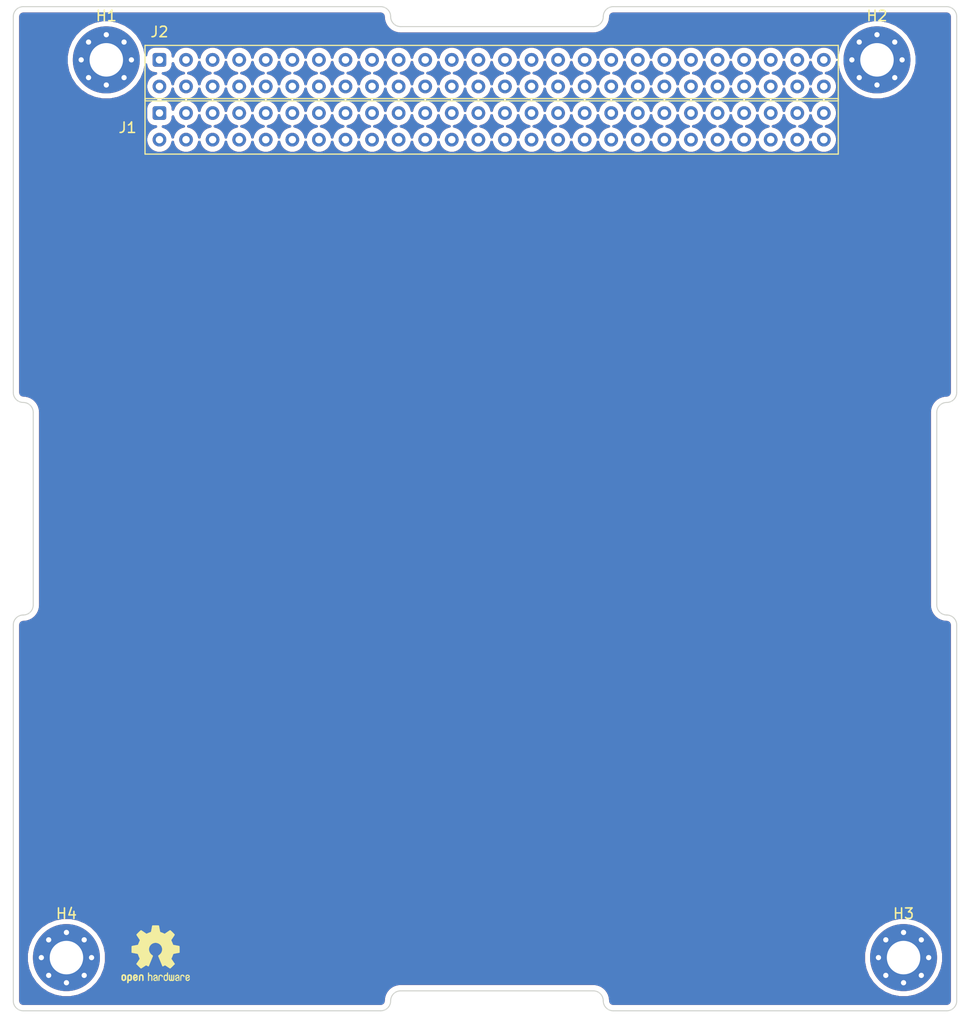
<source format=kicad_pcb>
(kicad_pcb (version 20171130) (host pcbnew "(5.1.6)-1")
  (layers (0 F.Cu signal) (1 In1.Cu signal) (2 In2.Cu signal) (31 B.Cu signal) (36 B.SilkS user) (37 F.SilkS user) (38 B.Mask user) (39 F.Mask user) (44 Edge.Cuts user))
  (net 0 "")
  (net 1 /CAN_A_L)
  (net 2 /CAN_A_H)
  (net 3 /CHARGE)
  (net 4 /CAN_B_H)
  (net 5 /CAN_B_L)
  (net 6 "Net-(H2-Pad1)")
  (net 7 "Net-(H3-Pad1)")
  (net 8 "Net-(H4-Pad1)")
  (net 9 "Net-(H1-Pad1)")
  (net 10 "Net-(J1-Pad52)")
  (net 11 "Net-(J1-Pad50)")
  (net 12 "Net-(J1-Pad48)")
  (net 13 "Net-(J1-Pad46)")
  (net 14 "Net-(J1-Pad44)")
  (net 15 "Net-(J1-Pad42)")
  (net 16 "Net-(J1-Pad40)")
  (net 17 "Net-(J1-Pad38)")
  (net 18 "Net-(J1-Pad36)")
  (net 19 "Net-(J1-Pad30)")
  (net 20 "Net-(J1-Pad28)")
  (net 21 "Net-(J1-Pad26)")
  (net 22 "Net-(J1-Pad24)")
  (net 23 "Net-(J1-Pad22)")
  (net 24 "Net-(J1-Pad20)")
  (net 25 "Net-(J1-Pad18)")
  (net 26 "Net-(J1-Pad16)")
  (net 27 "Net-(J1-Pad14)")
  (net 28 "Net-(J1-Pad12)")
  (net 29 "Net-(J1-Pad10)")
  (net 30 "Net-(J1-Pad8)")
  (net 31 "Net-(J1-Pad6)")
  (net 32 "Net-(J1-Pad4)")
  (net 33 "Net-(J1-Pad51)")
  (net 34 "Net-(J1-Pad49)")
  (net 35 "Net-(J1-Pad47)")
  (net 36 "Net-(J1-Pad45)")
  (net 37 "Net-(J1-Pad43)")
  (net 38 "Net-(J1-Pad41)")
  (net 39 "Net-(J1-Pad39)")
  (net 40 "Net-(J1-Pad37)")
  (net 41 "Net-(J1-Pad35)")
  (net 42 "Net-(J1-Pad29)")
  (net 43 "Net-(J1-Pad27)")
  (net 44 "Net-(J1-Pad25)")
  (net 45 "Net-(J1-Pad23)")
  (net 46 "Net-(J1-Pad21)")
  (net 47 "Net-(J1-Pad19)")
  (net 48 "Net-(J1-Pad17)")
  (net 49 "Net-(J1-Pad15)")
  (net 50 "Net-(J1-Pad13)")
  (net 51 "Net-(J1-Pad11)")
  (net 52 "Net-(J1-Pad9)")
  (net 53 "Net-(J1-Pad7)")
  (net 54 "Net-(J1-Pad5)")
  (net 55 "Net-(J1-Pad3)")
  (net 56 "Net-(J2-Pad52)")
  (net 57 "Net-(J2-Pad50)")
  (net 58 "Net-(J2-Pad48)")
  (net 59 "Net-(J2-Pad44)")
  (net 60 "Net-(J2-Pad42)")
  (net 61 "Net-(J2-Pad40)")
  (net 62 "Net-(J2-Pad38)")
  (net 63 "Net-(J2-Pad36)")
  (net 64 "Net-(J2-Pad34)")
  (net 65 "Net-(J2-Pad28)")
  (net 66 "Net-(J2-Pad24)")
  (net 67 "Net-(J2-Pad22)")
  (net 68 "Net-(J2-Pad20)")
  (net 69 "Net-(J2-Pad18)")
  (net 70 "Net-(J2-Pad16)")
  (net 71 "Net-(J2-Pad14)")
  (net 72 "Net-(J2-Pad12)")
  (net 73 "Net-(J2-Pad10)")
  (net 74 "Net-(J2-Pad8)")
  (net 75 "Net-(J2-Pad6)")
  (net 76 "Net-(J2-Pad51)")
  (net 77 "Net-(J2-Pad49)")
  (net 78 "Net-(J2-Pad47)")
  (net 79 "Net-(J2-Pad43)")
  (net 80 "Net-(J2-Pad41)")
  (net 81 "Net-(J2-Pad39)")
  (net 82 "Net-(J2-Pad37)")
  (net 83 "Net-(J2-Pad35)")
  (net 84 "Net-(J2-Pad33)")
  (net 85 "Net-(J2-Pad27)")
  (net 86 "Net-(J2-Pad23)")
  (net 87 "Net-(J2-Pad21)")
  (net 88 "Net-(J2-Pad19)")
  (net 89 "Net-(J2-Pad17)")
  (net 90 "Net-(J2-Pad15)")
  (net 91 "Net-(J2-Pad13)")
  (net 92 "Net-(J2-Pad11)")
  (net 93 "Net-(J2-Pad9)")
  (net 94 "Net-(J2-Pad7)")
  (net 95 "Net-(J2-Pad5)")
  (net 96 "Net-(J2-Pad3)")
  (net 97 /VBAT)
  (net 98 /GND)
  (net 99 /5V)
  (net 100 "Net-(J2-Pad4)")
  (module Symbol:OSHW-Logo2_7.3x6mm_SilkScreen (layer F.Cu) (at 96.15 131.76)
    (fp_text reference REF** hide)
    (fp_text value OSHW-Logo2_7.3x6mm_SilkScreen hide)
  )
  (module MountingHole:MountingHole_3.2mm_M3_Pad_Via (layer F.Cu) (at 87.63 132.08)
    (fp_text reference H4 (at 0 -4.2) (layer F.SilkS))
    (fp_text value MountingHole_Pad hide)
    (pad 1 thru_hole circle (at 1.697056 -1.697056) (size 0.8 0.8) (drill 0.5) (layers *.Cu *.Mask) (net 8 "Net-(H4-Pad1)"))
    (pad 1 thru_hole circle (at 0 -2.4) (size 0.8 0.8) (drill 0.5) (layers *.Cu *.Mask) (net 8 "Net-(H4-Pad1)"))
    (pad 1 thru_hole circle (at -1.697056 -1.697056) (size 0.8 0.8) (drill 0.5) (layers *.Cu *.Mask) (net 8 "Net-(H4-Pad1)"))
    (pad 1 thru_hole circle (at -2.4 0) (size 0.8 0.8) (drill 0.5) (layers *.Cu *.Mask) (net 8 "Net-(H4-Pad1)"))
    (pad 1 thru_hole circle (at -1.697056 1.697056) (size 0.8 0.8) (drill 0.5) (layers *.Cu *.Mask) (net 8 "Net-(H4-Pad1)"))
    (pad 1 thru_hole circle (at 0 2.4) (size 0.8 0.8) (drill 0.5) (layers *.Cu *.Mask) (net 8 "Net-(H4-Pad1)"))
    (pad 1 thru_hole circle (at 1.697056 1.697056) (size 0.8 0.8) (drill 0.5) (layers *.Cu *.Mask) (net 8 "Net-(H4-Pad1)"))
    (pad 1 thru_hole circle (at 2.4 0) (size 0.8 0.8) (drill 0.5) (layers *.Cu *.Mask) (net 8 "Net-(H4-Pad1)"))
    (pad "" thru_hole circle (at 0 0) (size 6.4 6.4) (drill 3.2) (layers *.Cu *.Mask))
  )
  (module MountingHole:MountingHole_3.2mm_M3_Pad_Via (layer F.Cu) (at 167.64 132.08)
    (fp_text reference H3 (at 0 -4.2) (layer F.SilkS))
    (fp_text value MountingHole_Pad hide)
    (pad 1 thru_hole circle (at 1.697056 -1.697056) (size 0.8 0.8) (drill 0.5) (layers *.Cu *.Mask) (net 7 "Net-(H3-Pad1)"))
    (pad 1 thru_hole circle (at 0 -2.4) (size 0.8 0.8) (drill 0.5) (layers *.Cu *.Mask) (net 7 "Net-(H3-Pad1)"))
    (pad 1 thru_hole circle (at -1.697056 -1.697056) (size 0.8 0.8) (drill 0.5) (layers *.Cu *.Mask) (net 7 "Net-(H3-Pad1)"))
    (pad 1 thru_hole circle (at -2.4 0) (size 0.8 0.8) (drill 0.5) (layers *.Cu *.Mask) (net 7 "Net-(H3-Pad1)"))
    (pad 1 thru_hole circle (at -1.697056 1.697056) (size 0.8 0.8) (drill 0.5) (layers *.Cu *.Mask) (net 7 "Net-(H3-Pad1)"))
    (pad 1 thru_hole circle (at 0 2.4) (size 0.8 0.8) (drill 0.5) (layers *.Cu *.Mask) (net 7 "Net-(H3-Pad1)"))
    (pad 1 thru_hole circle (at 1.697056 1.697056) (size 0.8 0.8) (drill 0.5) (layers *.Cu *.Mask) (net 7 "Net-(H3-Pad1)"))
    (pad 1 thru_hole circle (at 2.4 0) (size 0.8 0.8) (drill 0.5) (layers *.Cu *.Mask) (net 7 "Net-(H3-Pad1)"))
    (pad "" thru_hole circle (at 0 0) (size 6.4 6.4) (drill 3.2) (layers *.Cu *.Mask))
  )
  (module MountingHole:MountingHole_3.2mm_M3_Pad_Via (layer F.Cu) (at 165.1 46.355)
    (fp_text reference H2 (at 0 -4.2) (layer F.SilkS))
    (fp_text value MountingHole_Pad hide)
    (pad 1 thru_hole circle (at 1.697056 -1.697056) (size 0.8 0.8) (drill 0.5) (layers *.Cu *.Mask) (net 6 "Net-(H2-Pad1)"))
    (pad 1 thru_hole circle (at 0 -2.4) (size 0.8 0.8) (drill 0.5) (layers *.Cu *.Mask) (net 6 "Net-(H2-Pad1)"))
    (pad 1 thru_hole circle (at -1.697056 -1.697056) (size 0.8 0.8) (drill 0.5) (layers *.Cu *.Mask) (net 6 "Net-(H2-Pad1)"))
    (pad 1 thru_hole circle (at -2.4 0) (size 0.8 0.8) (drill 0.5) (layers *.Cu *.Mask) (net 6 "Net-(H2-Pad1)"))
    (pad 1 thru_hole circle (at -1.697056 1.697056) (size 0.8 0.8) (drill 0.5) (layers *.Cu *.Mask) (net 6 "Net-(H2-Pad1)"))
    (pad 1 thru_hole circle (at 0 2.4) (size 0.8 0.8) (drill 0.5) (layers *.Cu *.Mask) (net 6 "Net-(H2-Pad1)"))
    (pad 1 thru_hole circle (at 1.697056 1.697056) (size 0.8 0.8) (drill 0.5) (layers *.Cu *.Mask) (net 6 "Net-(H2-Pad1)"))
    (pad 1 thru_hole circle (at 2.4 0) (size 0.8 0.8) (drill 0.5) (layers *.Cu *.Mask) (net 6 "Net-(H2-Pad1)"))
    (pad "" thru_hole circle (at 0 0) (size 6.4 6.4) (drill 3.2) (layers *.Cu *.Mask))
  )
  (module MountingHole:MountingHole_3.2mm_M3_Pad_Via (layer F.Cu) (at 91.44 46.355)
    (fp_text reference H1 (at 0 -4.2) (layer F.SilkS))
    (fp_text value MountingHole_Pad hide)
    (pad 1 thru_hole circle (at 1.697056 -1.697056) (size 0.8 0.8) (drill 0.5) (layers *.Cu *.Mask) (net 9 "Net-(H1-Pad1)"))
    (pad 1 thru_hole circle (at 0 -2.4) (size 0.8 0.8) (drill 0.5) (layers *.Cu *.Mask) (net 9 "Net-(H1-Pad1)"))
    (pad 1 thru_hole circle (at -1.697056 -1.697056) (size 0.8 0.8) (drill 0.5) (layers *.Cu *.Mask) (net 9 "Net-(H1-Pad1)"))
    (pad 1 thru_hole circle (at -2.4 0) (size 0.8 0.8) (drill 0.5) (layers *.Cu *.Mask) (net 9 "Net-(H1-Pad1)"))
    (pad 1 thru_hole circle (at -1.697056 1.697056) (size 0.8 0.8) (drill 0.5) (layers *.Cu *.Mask) (net 9 "Net-(H1-Pad1)"))
    (pad 1 thru_hole circle (at 0 2.4) (size 0.8 0.8) (drill 0.5) (layers *.Cu *.Mask) (net 9 "Net-(H1-Pad1)"))
    (pad 1 thru_hole circle (at 1.697056 1.697056) (size 0.8 0.8) (drill 0.5) (layers *.Cu *.Mask) (net 9 "Net-(H1-Pad1)"))
    (pad 1 thru_hole circle (at 2.4 0) (size 0.8 0.8) (drill 0.5) (layers *.Cu *.Mask) (net 9 "Net-(H1-Pad1)"))
    (pad "" thru_hole circle (at 0 0) (size 6.4 6.4) (drill 3.2) (layers *.Cu *.Mask))
  )
  (module Connector_Samtec_HLE_THT:Samtec_HLE-126-02-xx-DV-TE_2x26_P2.54mm_Horizontal (layer F.Cu) (at 96.52 46.355)
    (fp_text reference J2 (at 0 -2.667) (layer F.SilkS))
    (fp_text value Conn_02x26_Odd_Even)
    (pad 52 thru_hole circle (at 63.5 2.54) (size 1.31 1.31) (drill 0.71) (layers *.Cu *.Mask) (net 56 "Net-(J2-Pad52)"))
    (pad 50 thru_hole circle (at 60.96 2.54) (size 1.31 1.31) (drill 0.71) (layers *.Cu *.Mask) (net 57 "Net-(J2-Pad50)"))
    (pad 48 thru_hole circle (at 58.42 2.54) (size 1.31 1.31) (drill 0.71) (layers *.Cu *.Mask) (net 58 "Net-(J2-Pad48)"))
    (pad 46 thru_hole circle (at 55.88 2.54) (size 1.31 1.31) (drill 0.71) (layers *.Cu *.Mask) (net 97 /VBAT))
    (pad 44 thru_hole circle (at 53.34 2.54) (size 1.31 1.31) (drill 0.71) (layers *.Cu *.Mask) (net 59 "Net-(J2-Pad44)"))
    (pad 42 thru_hole circle (at 50.8 2.54) (size 1.31 1.31) (drill 0.71) (layers *.Cu *.Mask) (net 60 "Net-(J2-Pad42)"))
    (pad 40 thru_hole circle (at 48.26 2.54) (size 1.31 1.31) (drill 0.71) (layers *.Cu *.Mask) (net 61 "Net-(J2-Pad40)"))
    (pad 38 thru_hole circle (at 45.72 2.54) (size 1.31 1.31) (drill 0.71) (layers *.Cu *.Mask) (net 62 "Net-(J2-Pad38)"))
    (pad 36 thru_hole circle (at 43.18 2.54) (size 1.31 1.31) (drill 0.71) (layers *.Cu *.Mask) (net 63 "Net-(J2-Pad36)"))
    (pad 34 thru_hole circle (at 40.64 2.54) (size 1.31 1.31) (drill 0.71) (layers *.Cu *.Mask) (net 64 "Net-(J2-Pad34)"))
    (pad 32 thru_hole circle (at 38.1 2.54) (size 1.31 1.31) (drill 0.71) (layers *.Cu *.Mask) (net 98 /GND))
    (pad 30 thru_hole circle (at 35.56 2.54) (size 1.31 1.31) (drill 0.71) (layers *.Cu *.Mask) (net 98 /GND))
    (pad 28 thru_hole circle (at 33.02 2.54) (size 1.31 1.31) (drill 0.71) (layers *.Cu *.Mask) (net 65 "Net-(J2-Pad28)"))
    (pad 26 thru_hole circle (at 30.48 2.54) (size 1.31 1.31) (drill 0.71) (layers *.Cu *.Mask) (net 99 /5V))
    (pad 24 thru_hole circle (at 27.94 2.54) (size 1.31 1.31) (drill 0.71) (layers *.Cu *.Mask) (net 66 "Net-(J2-Pad24)"))
    (pad 22 thru_hole circle (at 25.4 2.54) (size 1.31 1.31) (drill 0.71) (layers *.Cu *.Mask) (net 67 "Net-(J2-Pad22)"))
    (pad 20 thru_hole circle (at 22.86 2.54) (size 1.31 1.31) (drill 0.71) (layers *.Cu *.Mask) (net 68 "Net-(J2-Pad20)"))
    (pad 18 thru_hole circle (at 20.32 2.54) (size 1.31 1.31) (drill 0.71) (layers *.Cu *.Mask) (net 69 "Net-(J2-Pad18)"))
    (pad 16 thru_hole circle (at 17.78 2.54) (size 1.31 1.31) (drill 0.71) (layers *.Cu *.Mask) (net 70 "Net-(J2-Pad16)"))
    (pad 14 thru_hole circle (at 15.24 2.54) (size 1.31 1.31) (drill 0.71) (layers *.Cu *.Mask) (net 71 "Net-(J2-Pad14)"))
    (pad 12 thru_hole circle (at 12.7 2.54) (size 1.31 1.31) (drill 0.71) (layers *.Cu *.Mask) (net 72 "Net-(J2-Pad12)"))
    (pad 10 thru_hole circle (at 10.16 2.54) (size 1.31 1.31) (drill 0.71) (layers *.Cu *.Mask) (net 73 "Net-(J2-Pad10)"))
    (pad 8 thru_hole circle (at 7.62 2.54) (size 1.31 1.31) (drill 0.71) (layers *.Cu *.Mask) (net 74 "Net-(J2-Pad8)"))
    (pad 6 thru_hole circle (at 5.08 2.54) (size 1.31 1.31) (drill 0.71) (layers *.Cu *.Mask) (net 75 "Net-(J2-Pad6)"))
    (pad 4 thru_hole circle (at 2.54 2.54) (size 1.31 1.31) (drill 0.71) (layers *.Cu *.Mask) (net 100 "Net-(J2-Pad4)"))
    (pad 2 thru_hole circle (at 0 2.54) (size 1.31 1.31) (drill 0.71) (layers *.Cu *.Mask) (net 4 /CAN_B_H))
    (pad 51 thru_hole circle (at 63.5 0) (size 1.31 1.31) (drill 0.71) (layers *.Cu *.Mask) (net 76 "Net-(J2-Pad51)"))
    (pad 49 thru_hole circle (at 60.96 0) (size 1.31 1.31) (drill 0.71) (layers *.Cu *.Mask) (net 77 "Net-(J2-Pad49)"))
    (pad 47 thru_hole circle (at 58.42 0) (size 1.31 1.31) (drill 0.71) (layers *.Cu *.Mask) (net 78 "Net-(J2-Pad47)"))
    (pad 45 thru_hole circle (at 55.88 0) (size 1.31 1.31) (drill 0.71) (layers *.Cu *.Mask) (net 97 /VBAT))
    (pad 43 thru_hole circle (at 53.34 0) (size 1.31 1.31) (drill 0.71) (layers *.Cu *.Mask) (net 79 "Net-(J2-Pad43)"))
    (pad 41 thru_hole circle (at 50.8 0) (size 1.31 1.31) (drill 0.71) (layers *.Cu *.Mask) (net 80 "Net-(J2-Pad41)"))
    (pad 39 thru_hole circle (at 48.26 0) (size 1.31 1.31) (drill 0.71) (layers *.Cu *.Mask) (net 81 "Net-(J2-Pad39)"))
    (pad 37 thru_hole circle (at 45.72 0) (size 1.31 1.31) (drill 0.71) (layers *.Cu *.Mask) (net 82 "Net-(J2-Pad37)"))
    (pad 35 thru_hole circle (at 43.18 0) (size 1.31 1.31) (drill 0.71) (layers *.Cu *.Mask) (net 83 "Net-(J2-Pad35)"))
    (pad 33 thru_hole circle (at 40.64 0) (size 1.31 1.31) (drill 0.71) (layers *.Cu *.Mask) (net 84 "Net-(J2-Pad33)"))
    (pad 31 thru_hole circle (at 38.1 0) (size 1.31 1.31) (drill 0.71) (layers *.Cu *.Mask) (net 98 /GND))
    (pad 29 thru_hole circle (at 35.56 0) (size 1.31 1.31) (drill 0.71) (layers *.Cu *.Mask) (net 98 /GND))
    (pad 27 thru_hole circle (at 33.02 0) (size 1.31 1.31) (drill 0.71) (layers *.Cu *.Mask) (net 85 "Net-(J2-Pad27)"))
    (pad 25 thru_hole circle (at 30.48 0) (size 1.31 1.31) (drill 0.71) (layers *.Cu *.Mask) (net 99 /5V))
    (pad 23 thru_hole circle (at 27.94 0) (size 1.31 1.31) (drill 0.71) (layers *.Cu *.Mask) (net 86 "Net-(J2-Pad23)"))
    (pad 21 thru_hole circle (at 25.4 0) (size 1.31 1.31) (drill 0.71) (layers *.Cu *.Mask) (net 87 "Net-(J2-Pad21)"))
    (pad 19 thru_hole circle (at 22.86 0) (size 1.31 1.31) (drill 0.71) (layers *.Cu *.Mask) (net 88 "Net-(J2-Pad19)"))
    (pad 17 thru_hole circle (at 20.32 0) (size 1.31 1.31) (drill 0.71) (layers *.Cu *.Mask) (net 89 "Net-(J2-Pad17)"))
    (pad 15 thru_hole circle (at 17.78 0) (size 1.31 1.31) (drill 0.71) (layers *.Cu *.Mask) (net 90 "Net-(J2-Pad15)"))
    (pad 13 thru_hole circle (at 15.24 0) (size 1.31 1.31) (drill 0.71) (layers *.Cu *.Mask) (net 91 "Net-(J2-Pad13)"))
    (pad 11 thru_hole circle (at 12.7 0) (size 1.31 1.31) (drill 0.71) (layers *.Cu *.Mask) (net 92 "Net-(J2-Pad11)"))
    (pad 9 thru_hole circle (at 10.16 0) (size 1.31 1.31) (drill 0.71) (layers *.Cu *.Mask) (net 93 "Net-(J2-Pad9)"))
    (pad 7 thru_hole circle (at 7.62 0) (size 1.31 1.31) (drill 0.71) (layers *.Cu *.Mask) (net 94 "Net-(J2-Pad7)"))
    (pad 5 thru_hole circle (at 5.08 0) (size 1.31 1.31) (drill 0.71) (layers *.Cu *.Mask) (net 95 "Net-(J2-Pad5)"))
    (pad 3 thru_hole circle (at 2.54 0) (size 1.31 1.31) (drill 0.71) (layers *.Cu *.Mask) (net 96 "Net-(J2-Pad3)"))
    (pad 1 thru_hole roundrect (at 0 0) (size 1.31 1.31) (drill 0.71) (layers *.Cu *.Mask) (roundrect_rratio 0.19084) (net 5 /CAN_B_L))
  )
  (module Connector_Samtec_HLE_THT:Samtec_HLE-126-02-xx-DV-TE_2x26_P2.54mm_Horizontal (layer F.Cu) (at 96.52 51.435)
    (fp_text reference J1 (at -3.048 1.397) (layer F.SilkS))
    (fp_text value Conn_02x26_Odd_Even)
    (pad 52 thru_hole circle (at 63.5 2.54) (size 1.31 1.31) (drill 0.71) (layers *.Cu *.Mask) (net 10 "Net-(J1-Pad52)"))
    (pad 50 thru_hole circle (at 60.96 2.54) (size 1.31 1.31) (drill 0.71) (layers *.Cu *.Mask) (net 11 "Net-(J1-Pad50)"))
    (pad 48 thru_hole circle (at 58.42 2.54) (size 1.31 1.31) (drill 0.71) (layers *.Cu *.Mask) (net 12 "Net-(J1-Pad48)"))
    (pad 46 thru_hole circle (at 55.88 2.54) (size 1.31 1.31) (drill 0.71) (layers *.Cu *.Mask) (net 13 "Net-(J1-Pad46)"))
    (pad 44 thru_hole circle (at 53.34 2.54) (size 1.31 1.31) (drill 0.71) (layers *.Cu *.Mask) (net 14 "Net-(J1-Pad44)"))
    (pad 42 thru_hole circle (at 50.8 2.54) (size 1.31 1.31) (drill 0.71) (layers *.Cu *.Mask) (net 15 "Net-(J1-Pad42)"))
    (pad 40 thru_hole circle (at 48.26 2.54) (size 1.31 1.31) (drill 0.71) (layers *.Cu *.Mask) (net 16 "Net-(J1-Pad40)"))
    (pad 38 thru_hole circle (at 45.72 2.54) (size 1.31 1.31) (drill 0.71) (layers *.Cu *.Mask) (net 17 "Net-(J1-Pad38)"))
    (pad 36 thru_hole circle (at 43.18 2.54) (size 1.31 1.31) (drill 0.71) (layers *.Cu *.Mask) (net 18 "Net-(J1-Pad36)"))
    (pad 34 thru_hole circle (at 40.64 2.54) (size 1.31 1.31) (drill 0.71) (layers *.Cu *.Mask) (net 98 /GND))
    (pad 32 thru_hole circle (at 38.1 2.54) (size 1.31 1.31) (drill 0.71) (layers *.Cu *.Mask) (net 3 /CHARGE))
    (pad 30 thru_hole circle (at 35.56 2.54) (size 1.31 1.31) (drill 0.71) (layers *.Cu *.Mask) (net 19 "Net-(J1-Pad30)"))
    (pad 28 thru_hole circle (at 33.02 2.54) (size 1.31 1.31) (drill 0.71) (layers *.Cu *.Mask) (net 20 "Net-(J1-Pad28)"))
    (pad 26 thru_hole circle (at 30.48 2.54) (size 1.31 1.31) (drill 0.71) (layers *.Cu *.Mask) (net 21 "Net-(J1-Pad26)"))
    (pad 24 thru_hole circle (at 27.94 2.54) (size 1.31 1.31) (drill 0.71) (layers *.Cu *.Mask) (net 22 "Net-(J1-Pad24)"))
    (pad 22 thru_hole circle (at 25.4 2.54) (size 1.31 1.31) (drill 0.71) (layers *.Cu *.Mask) (net 23 "Net-(J1-Pad22)"))
    (pad 20 thru_hole circle (at 22.86 2.54) (size 1.31 1.31) (drill 0.71) (layers *.Cu *.Mask) (net 24 "Net-(J1-Pad20)"))
    (pad 18 thru_hole circle (at 20.32 2.54) (size 1.31 1.31) (drill 0.71) (layers *.Cu *.Mask) (net 25 "Net-(J1-Pad18)"))
    (pad 16 thru_hole circle (at 17.78 2.54) (size 1.31 1.31) (drill 0.71) (layers *.Cu *.Mask) (net 26 "Net-(J1-Pad16)"))
    (pad 14 thru_hole circle (at 15.24 2.54) (size 1.31 1.31) (drill 0.71) (layers *.Cu *.Mask) (net 27 "Net-(J1-Pad14)"))
    (pad 12 thru_hole circle (at 12.7 2.54) (size 1.31 1.31) (drill 0.71) (layers *.Cu *.Mask) (net 28 "Net-(J1-Pad12)"))
    (pad 10 thru_hole circle (at 10.16 2.54) (size 1.31 1.31) (drill 0.71) (layers *.Cu *.Mask) (net 29 "Net-(J1-Pad10)"))
    (pad 8 thru_hole circle (at 7.62 2.54) (size 1.31 1.31) (drill 0.71) (layers *.Cu *.Mask) (net 30 "Net-(J1-Pad8)"))
    (pad 6 thru_hole circle (at 5.08 2.54) (size 1.31 1.31) (drill 0.71) (layers *.Cu *.Mask) (net 31 "Net-(J1-Pad6)"))
    (pad 4 thru_hole circle (at 2.54 2.54) (size 1.31 1.31) (drill 0.71) (layers *.Cu *.Mask) (net 32 "Net-(J1-Pad4)"))
    (pad 2 thru_hole circle (at 0 2.54) (size 1.31 1.31) (drill 0.71) (layers *.Cu *.Mask) (net 2 /CAN_A_H))
    (pad 51 thru_hole circle (at 63.5 0) (size 1.31 1.31) (drill 0.71) (layers *.Cu *.Mask) (net 33 "Net-(J1-Pad51)"))
    (pad 49 thru_hole circle (at 60.96 0) (size 1.31 1.31) (drill 0.71) (layers *.Cu *.Mask) (net 34 "Net-(J1-Pad49)"))
    (pad 47 thru_hole circle (at 58.42 0) (size 1.31 1.31) (drill 0.71) (layers *.Cu *.Mask) (net 35 "Net-(J1-Pad47)"))
    (pad 45 thru_hole circle (at 55.88 0) (size 1.31 1.31) (drill 0.71) (layers *.Cu *.Mask) (net 36 "Net-(J1-Pad45)"))
    (pad 43 thru_hole circle (at 53.34 0) (size 1.31 1.31) (drill 0.71) (layers *.Cu *.Mask) (net 37 "Net-(J1-Pad43)"))
    (pad 41 thru_hole circle (at 50.8 0) (size 1.31 1.31) (drill 0.71) (layers *.Cu *.Mask) (net 38 "Net-(J1-Pad41)"))
    (pad 39 thru_hole circle (at 48.26 0) (size 1.31 1.31) (drill 0.71) (layers *.Cu *.Mask) (net 39 "Net-(J1-Pad39)"))
    (pad 37 thru_hole circle (at 45.72 0) (size 1.31 1.31) (drill 0.71) (layers *.Cu *.Mask) (net 40 "Net-(J1-Pad37)"))
    (pad 35 thru_hole circle (at 43.18 0) (size 1.31 1.31) (drill 0.71) (layers *.Cu *.Mask) (net 41 "Net-(J1-Pad35)"))
    (pad 33 thru_hole circle (at 40.64 0) (size 1.31 1.31) (drill 0.71) (layers *.Cu *.Mask) (net 98 /GND))
    (pad 31 thru_hole circle (at 38.1 0) (size 1.31 1.31) (drill 0.71) (layers *.Cu *.Mask) (net 3 /CHARGE))
    (pad 29 thru_hole circle (at 35.56 0) (size 1.31 1.31) (drill 0.71) (layers *.Cu *.Mask) (net 42 "Net-(J1-Pad29)"))
    (pad 27 thru_hole circle (at 33.02 0) (size 1.31 1.31) (drill 0.71) (layers *.Cu *.Mask) (net 43 "Net-(J1-Pad27)"))
    (pad 25 thru_hole circle (at 30.48 0) (size 1.31 1.31) (drill 0.71) (layers *.Cu *.Mask) (net 44 "Net-(J1-Pad25)"))
    (pad 23 thru_hole circle (at 27.94 0) (size 1.31 1.31) (drill 0.71) (layers *.Cu *.Mask) (net 45 "Net-(J1-Pad23)"))
    (pad 21 thru_hole circle (at 25.4 0) (size 1.31 1.31) (drill 0.71) (layers *.Cu *.Mask) (net 46 "Net-(J1-Pad21)"))
    (pad 19 thru_hole circle (at 22.86 0) (size 1.31 1.31) (drill 0.71) (layers *.Cu *.Mask) (net 47 "Net-(J1-Pad19)"))
    (pad 17 thru_hole circle (at 20.32 0) (size 1.31 1.31) (drill 0.71) (layers *.Cu *.Mask) (net 48 "Net-(J1-Pad17)"))
    (pad 15 thru_hole circle (at 17.78 0) (size 1.31 1.31) (drill 0.71) (layers *.Cu *.Mask) (net 49 "Net-(J1-Pad15)"))
    (pad 13 thru_hole circle (at 15.24 0) (size 1.31 1.31) (drill 0.71) (layers *.Cu *.Mask) (net 50 "Net-(J1-Pad13)"))
    (pad 11 thru_hole circle (at 12.7 0) (size 1.31 1.31) (drill 0.71) (layers *.Cu *.Mask) (net 51 "Net-(J1-Pad11)"))
    (pad 9 thru_hole circle (at 10.16 0) (size 1.31 1.31) (drill 0.71) (layers *.Cu *.Mask) (net 52 "Net-(J1-Pad9)"))
    (pad 7 thru_hole circle (at 7.62 0) (size 1.31 1.31) (drill 0.71) (layers *.Cu *.Mask) (net 53 "Net-(J1-Pad7)"))
    (pad 5 thru_hole circle (at 5.08 0) (size 1.31 1.31) (drill 0.71) (layers *.Cu *.Mask) (net 54 "Net-(J1-Pad5)"))
    (pad 3 thru_hole circle (at 2.54 0) (size 1.31 1.31) (drill 0.71) (layers *.Cu *.Mask) (net 55 "Net-(J1-Pad3)"))
    (pad 1 thru_hole roundrect (at 0 0) (size 1.31 1.31) (drill 0.71) (layers *.Cu *.Mask) (roundrect_rratio 0.19084) (net 1 /CAN_A_L))
  )
  (gr_arc (start 139.8905 42.2275) (end 138.938 42.2275) (angle 90) (layer Edge.Cuts) (width 0.1))
  (gr_line (start 139.8905 41.275) (end 171.7675 41.275) (layer Edge.Cuts) (width 0.1))
  (gr_arc (start 137.9855 42.2275) (end 138.938 42.2275) (angle 90) (layer Edge.Cuts) (width 0.1))
  (gr_arc (start 119.5705 42.2275) (end 119.5705 43.18) (angle 90) (layer Edge.Cuts) (width 0.1))
  (gr_line (start 119.5705 43.18) (end 137.9855 43.18) (layer Edge.Cuts) (width 0.1))
  (gr_line (start 83.5025 41.275) (end 117.6655 41.275) (layer Edge.Cuts) (width 0.1))
  (gr_arc (start 117.6655 42.2275) (end 117.6655 41.275) (angle 90) (layer Edge.Cuts) (width 0.1))
  (gr_line (start 139.8905 137.16) (end 171.7675 137.16) (layer Edge.Cuts) (width 0.1))
  (gr_line (start 119.5705 135.255) (end 137.9855 135.255) (layer Edge.Cuts) (width 0.1))
  (gr_line (start 83.5025 137.16) (end 117.6655 137.16) (layer Edge.Cuts) (width 0.1))
  (gr_arc (start 139.8905 136.2075) (end 138.938 136.2075) (angle -90) (layer Edge.Cuts) (width 0.1))
  (gr_arc (start 137.9855 136.2075) (end 138.938 136.2075) (angle -90) (layer Edge.Cuts) (width 0.1))
  (gr_arc (start 119.5705 136.2075) (end 119.5705 135.255) (angle -90) (layer Edge.Cuts) (width 0.1))
  (gr_arc (start 117.6655 136.2075) (end 117.6655 137.16) (angle -90) (layer Edge.Cuts) (width 0.1))
  (gr_arc (start 171.7675 80.0227) (end 170.815 80.0227) (angle 90) (layer Edge.Cuts) (width 0.1))
  (gr_line (start 172.72 42.2275) (end 172.72 78.1177) (layer Edge.Cuts) (width 0.1))
  (gr_line (start 170.815 80.0227) (end 170.815 98.4123) (layer Edge.Cuts) (width 0.1))
  (gr_line (start 172.72 100.3173) (end 172.72 136.2075) (layer Edge.Cuts) (width 0.1))
  (gr_arc (start 171.7675 98.4123) (end 171.7675 99.3648) (angle 90) (layer Edge.Cuts) (width 0.1))
  (gr_arc (start 171.7675 100.3173) (end 171.7675 99.3648) (angle 90) (layer Edge.Cuts) (width 0.1))
  (gr_arc (start 171.7675 78.1177) (end 172.72 78.1177) (angle 90) (layer Edge.Cuts) (width 0.1))
  (gr_arc (start 171.7675 136.2075) (end 171.7675 137.16) (angle -90) (layer Edge.Cuts) (width 0.1))
  (gr_arc (start 171.7675 42.2275) (end 172.72 42.2275) (angle -90) (layer Edge.Cuts) (width 0.1))
  (gr_line (start 82.55 100.3173) (end 82.55 136.2075) (layer Edge.Cuts) (width 0.1))
  (gr_line (start 82.55 42.2275) (end 82.55 78.1177) (layer Edge.Cuts) (width 0.1))
  (gr_arc (start 83.5025 42.2275) (end 83.5025 41.275) (angle -90) (layer Edge.Cuts) (width 0.1))
  (gr_line (start 84.455 80.0227) (end 84.455 98.4123) (layer Edge.Cuts) (width 0.1))
  (gr_arc (start 83.5025 78.1177) (end 82.55 78.1177) (angle -90) (layer Edge.Cuts) (width 0.1))
  (gr_arc (start 83.5025 80.0227) (end 84.455 80.0227) (angle -90) (layer Edge.Cuts) (width 0.1))
  (gr_arc (start 83.5025 98.4123) (end 83.5025 99.3648) (angle -90) (layer Edge.Cuts) (width 0.1))
  (gr_arc (start 83.5025 100.3173) (end 83.5025 99.3648) (angle -90) (layer Edge.Cuts) (width 0.1))
  (gr_arc (start 83.5025 136.2075) (end 82.55 136.2075) (angle -90) (layer Edge.Cuts) (width 0.1))
  (zone (net 0) (net_name "") (layer F.Cu) (connect_pads (clearance 0.508)) (min_thickness 0.254) (fill yes (arc_segments 16) (thermal_gap 0.508) (thermal_bridge_width 0.508))
    (polygon (pts (xy 81.28 40.64) (xy 173.99 40.64) (xy 173.99 138.43) (xy 81.28 138.43)))
  )
  (zone (net 0) (net_name "") (layer B.Cu) (connect_pads (clearance 0.508)) (min_thickness 0.254) (fill yes (arc_segments 16) (thermal_gap 0.508) (thermal_bridge_width 0.508))
    (polygon (pts (xy 173.99 138.43) (xy 81.28 138.43) (xy 81.28 40.64) (xy 173.99 40.64)))
  )
)
</source>
